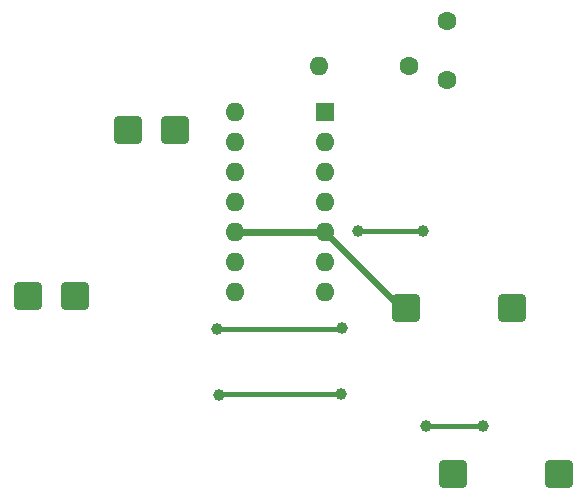
<source format=gbr>
%TF.GenerationSoftware,KiCad,Pcbnew,(6.0.7-1)-1*%
%TF.CreationDate,2022-11-12T09:43:49+01:00*%
%TF.ProjectId,transmitter,7472616e-736d-4697-9474-65722e6b6963,rev?*%
%TF.SameCoordinates,PX4b571c0PY82e44d0*%
%TF.FileFunction,Copper,L2,Bot*%
%TF.FilePolarity,Positive*%
%FSLAX46Y46*%
G04 Gerber Fmt 4.6, Leading zero omitted, Abs format (unit mm)*
G04 Created by KiCad (PCBNEW (6.0.7-1)-1) date 2022-11-12 09:43:49*
%MOMM*%
%LPD*%
G01*
G04 APERTURE LIST*
G04 Aperture macros list*
%AMRoundRect*
0 Rectangle with rounded corners*
0 $1 Rounding radius*
0 $2 $3 $4 $5 $6 $7 $8 $9 X,Y pos of 4 corners*
0 Add a 4 corners polygon primitive as box body*
4,1,4,$2,$3,$4,$5,$6,$7,$8,$9,$2,$3,0*
0 Add four circle primitives for the rounded corners*
1,1,$1+$1,$2,$3*
1,1,$1+$1,$4,$5*
1,1,$1+$1,$6,$7*
1,1,$1+$1,$8,$9*
0 Add four rect primitives between the rounded corners*
20,1,$1+$1,$2,$3,$4,$5,0*
20,1,$1+$1,$4,$5,$6,$7,0*
20,1,$1+$1,$6,$7,$8,$9,0*
20,1,$1+$1,$8,$9,$2,$3,0*%
G04 Aperture macros list end*
%TA.AperFunction,ComponentPad*%
%ADD10C,1.600000*%
%TD*%
%TA.AperFunction,ComponentPad*%
%ADD11O,1.600000X1.600000*%
%TD*%
%TA.AperFunction,ComponentPad*%
%ADD12R,1.600000X1.600000*%
%TD*%
%TA.AperFunction,ComponentPad*%
%ADD13RoundRect,0.250001X-0.899999X-0.899999X0.899999X-0.899999X0.899999X0.899999X-0.899999X0.899999X0*%
%TD*%
%TA.AperFunction,ComponentPad*%
%ADD14RoundRect,0.250001X0.899999X0.899999X-0.899999X0.899999X-0.899999X-0.899999X0.899999X-0.899999X0*%
%TD*%
%TA.AperFunction,ViaPad*%
%ADD15C,1.000000*%
%TD*%
%TA.AperFunction,Conductor*%
%ADD16C,0.400000*%
%TD*%
%TA.AperFunction,Conductor*%
%ADD17C,0.600000*%
%TD*%
G04 APERTURE END LIST*
D10*
%TO.P,C2,1*%
%TO.N,Net-(C2-Pad1)*%
X38500000Y38050000D03*
%TO.P,C2,2*%
%TO.N,GND*%
X38500000Y43050000D03*
%TD*%
%TO.P,R2,1*%
%TO.N,Net-(C2-Pad1)*%
X35310000Y39250000D03*
D11*
%TO.P,R2,2*%
%TO.N,Net-(R2-Pad2)*%
X27690000Y39250000D03*
%TD*%
D12*
%TO.P,U1,1*%
%TO.N,Net-(R2-Pad2)*%
X28200000Y35375000D03*
D11*
%TO.P,U1,2*%
%TO.N,Net-(U1-Pad2)*%
X28200000Y32835000D03*
%TO.P,U1,3*%
%TO.N,/nlp*%
X28200000Y30295000D03*
%TO.P,U1,4*%
X28200000Y27755000D03*
%TO.P,U1,5*%
%TO.N,VCC*%
X28200000Y25215000D03*
%TO.P,U1,6*%
%TO.N,/~{nlp}*%
X28200000Y22675000D03*
%TO.P,U1,7,GND*%
%TO.N,GND*%
X28200000Y20135000D03*
%TO.P,U1,8*%
%TO.N,Net-(U1-Pad8)*%
X20580000Y20135000D03*
%TO.P,U1,9*%
%TO.N,Net-(U1-Pad9)*%
X20580000Y22675000D03*
%TO.P,U1,10*%
%TO.N,VCC*%
X20580000Y25215000D03*
%TO.P,U1,11*%
%TO.N,/xor_tx*%
X20580000Y27755000D03*
%TO.P,U1,12*%
%TO.N,/sck_tx*%
X20580000Y30295000D03*
%TO.P,U1,13*%
%TO.N,/mosi_tx*%
X20580000Y32835000D03*
%TO.P,U1,14,VCC*%
%TO.N,VCC*%
X20580000Y35375000D03*
%TD*%
D13*
%TO.P,J8,1,Pin_1*%
%TO.N,/driver_ena*%
X7000000Y19725000D03*
%TD*%
%TO.P,J7,1,Pin_1*%
%TO.N,/driver_in*%
X3000000Y19725000D03*
%TD*%
D14*
%TO.P,J6,1,Pin_1*%
%TO.N,/mosi_tx*%
X11500000Y33775000D03*
%TD*%
%TO.P,J5,1,Pin_1*%
%TO.N,/sck_tx*%
X15500000Y33775000D03*
%TD*%
%TO.P,J4,1,Pin_1*%
%TO.N,GND*%
X44000000Y18775000D03*
%TD*%
D13*
%TO.P,J3,1,Pin_1*%
%TO.N,GND*%
X48000000Y4725000D03*
%TD*%
%TO.P,J2,1,Pin_1*%
%TO.N,VCC*%
X39000000Y4725000D03*
%TD*%
D14*
%TO.P,J1,1,Pin_1*%
%TO.N,VCC*%
X35000000Y18775000D03*
%TD*%
D15*
%TO.N,GND*%
X41600000Y8750000D03*
X36700000Y8750000D03*
X36500000Y25250000D03*
X31000000Y25250000D03*
%TO.N,Net-(U1-Pad9)*%
X19000000Y16950000D03*
X29600000Y17050000D03*
%TO.N,/tx_ena*%
X29500000Y11450000D03*
X19200000Y11350000D03*
%TD*%
D16*
%TO.N,GND*%
X41600000Y8750000D02*
X36700000Y8750000D01*
D17*
%TO.N,VCC*%
X35000000Y18775000D02*
X34640000Y18775000D01*
X34640000Y18775000D02*
X28200000Y25215000D01*
X20580000Y25215000D02*
X28200000Y25215000D01*
D16*
%TO.N,GND*%
X36500000Y25250000D02*
X31000000Y25250000D01*
%TO.N,/tx_ena*%
X19300000Y11450000D02*
X19200000Y11350000D01*
X29500000Y11450000D02*
X19300000Y11450000D01*
%TO.N,Net-(U1-Pad9)*%
X29500000Y16950000D02*
X29600000Y17050000D01*
X19000000Y16950000D02*
X29500000Y16950000D01*
%TD*%
M02*

</source>
